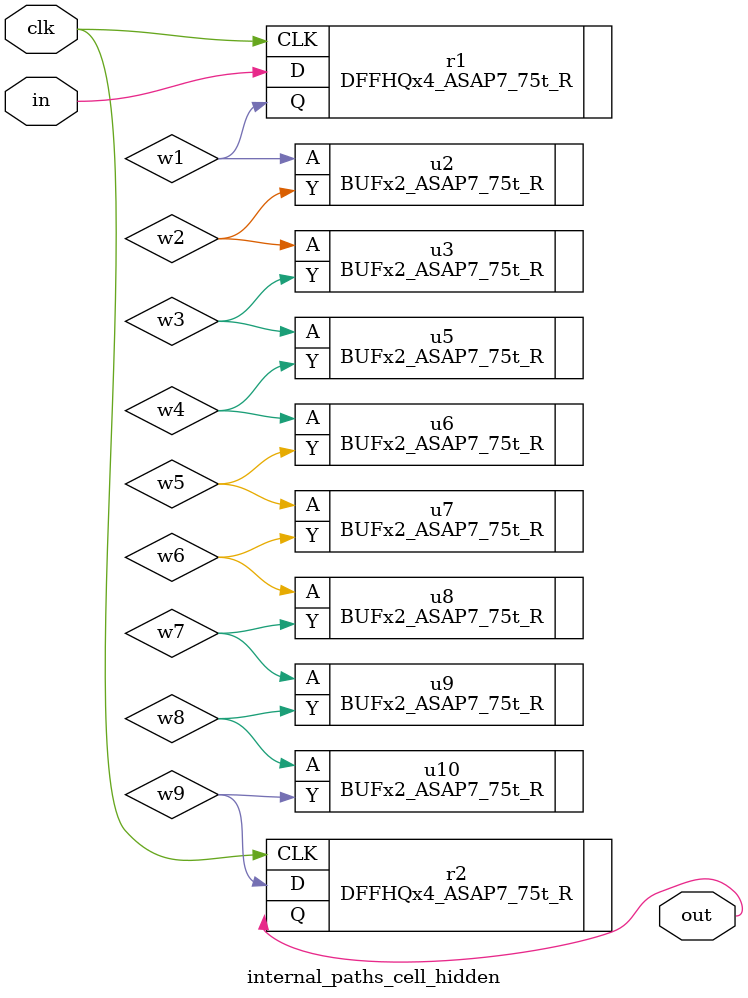
<source format=v>
module internal_paths_cell_hidden (input in, input clk, output out);

  wire w1, w2, w3, w4, w5, w6, w7, w8;

  DFFHQx4_ASAP7_75t_R r1 (.D(in), .CLK(clk), .Q(w1));

  BUFx2_ASAP7_75t_R u2 (.A(w1), .Y(w2));
  BUFx2_ASAP7_75t_R u3 (.A(w2), .Y(w3));
  BUFx2_ASAP7_75t_R u5 (.A(w3), .Y(w4));
  BUFx2_ASAP7_75t_R u6 (.A(w4), .Y(w5));
  BUFx2_ASAP7_75t_R u7 (.A(w5), .Y(w6));
  BUFx2_ASAP7_75t_R u8 (.A(w6), .Y(w7));
  BUFx2_ASAP7_75t_R u9 (.A(w7), .Y(w8));
  BUFx2_ASAP7_75t_R u10 (.A(w8), .Y(w9));
  
  // r1 - r2 with eight delay buffers
  // path group: custom
  DFFHQx4_ASAP7_75t_R r2 (.D(w9), .CLK(clk), .Q(out));

endmodule

</source>
